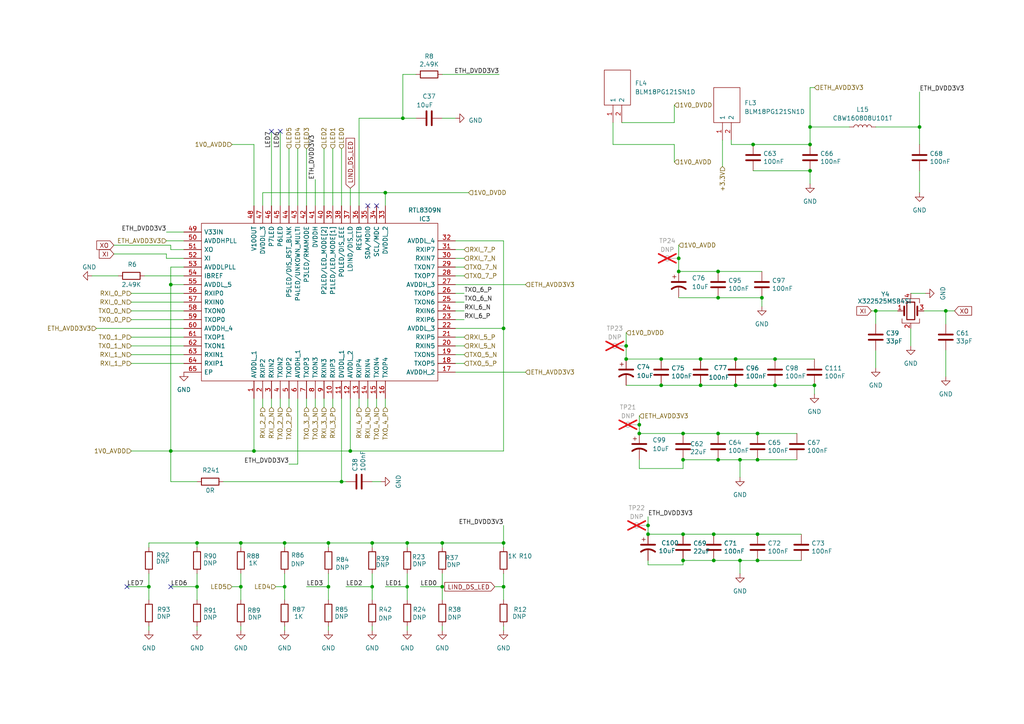
<source format=kicad_sch>
(kicad_sch (version 20231120) (generator "eeschema") (generator_version "8.0")
  (paper "A4")
  (lib_symbols
    (symbol "BLM18PG121SN1D:BLM18PG121SN1D" (pin_names (offset 0.762))
      (property "Reference" "FL" (at 16.51 7.62 0))
      (property "Value" "BLM18PG121SN1D" (at 16.51 5.08 0))
      (symbol "BLM18PG121SN1D_0_0"
        (pin passive line (at 0 0 0) (length 5.08) (name "1") (number "1"))
        (pin passive line (at 0 -2.54 0) (length 5.08) (name "2") (number "2"))
      )
      (symbol "BLM18PG121SN1D_0_1"
        (polyline (pts (xy 5.08 2.54) (xy 15.24 2.54) (xy 15.24 -5.08) (xy 5.08 -5.08) (xy 5.08 2.54)) (stroke (width 0.1524)))
      )
    )
    (symbol "Connector:TestPoint" (pin_numbers hide) (pin_names (offset 0.762) hide)
      (property "Reference" "TP" (at 0 6.858 0))
      (property "Value" "TestPoint" (at 0 5.08 0))
      (symbol "TestPoint_0_1"
        (circle (center 0 3.302) (radius 0.762))
      )
      (symbol "TestPoint_1_1"
        (pin passive line (at 0 0 90) (length 2.54) (name "1") (number "1"))
      )
    )
    (symbol "Device:C" (pin_numbers hide) (pin_names (offset 0.254))
      (property "Reference" "C" (at 0.635 2.54 0))
      (property "Value" "C" (at 0.635 -2.54 0))
      (symbol "C_0_1"
        (polyline (pts (xy -2.032 -0.762) (xy 2.032 -0.762)) (stroke (width 0.508)))
        (polyline (pts (xy -2.032 0.762) (xy 2.032 0.762)) (stroke (width 0.508)))
      )
      (symbol "C_1_1"
        (pin passive line (at 0 3.81 270) (length 2.794) (name "~") (number "1"))
        (pin passive line (at 0 -3.81 90) (length 2.794) (name "~") (number "2"))
      )
    )
    (symbol "Device:C_Polarized_US" (pin_numbers hide) (pin_names (offset 0.254) hide)
      (property "Reference" "C" (at 0.635 2.54 0))
      (property "Value" "C_Polarized_US" (at 0.635 -2.54 0))
      (symbol "C_Polarized_US_0_1"
        (polyline (pts (xy -2.032 0.762) (xy 2.032 0.762)) (stroke (width 0.508)))
        (polyline (pts (xy -1.778 2.286) (xy -0.762 2.286)))
        (polyline (pts (xy -1.27 1.778) (xy -1.27 2.794)))
        (arc (start 2.032 -1.27) (mid 0 -0.5572) (end -2.032 -1.27) (stroke (width 0.508)))
      )
      (symbol "C_Polarized_US_1_1"
        (pin passive line (at 0 3.81 270) (length 2.794) (name "~") (number "1"))
        (pin passive line (at 0 -3.81 90) (length 3.302) (name "~") (number "2"))
      )
    )
    (symbol "Device:Crystal_GND2" (pin_names (offset 1.016) hide)
      (property "Reference" "Y" (at -6.604 4.318 0))
      (property "Value" "Crystal_GND2" (at -10.414 -2.794 0))
      (symbol "Crystal_GND2_0_1"
        (rectangle (start -1.143 2.54) (end 1.143 -2.54) (stroke (width 0.3048)))
        (polyline (pts (xy -2.54 0) (xy -1.905 0)))
        (polyline (pts (xy -1.905 -1.27) (xy -1.905 1.27)) (stroke (width 0.508)))
        (polyline (pts (xy 0 -3.81) (xy 0 -3.556)))
        (polyline (pts (xy 0 3.81) (xy 0 3.556)))
        (polyline (pts (xy 1.905 0) (xy 2.54 0)))
        (polyline (pts (xy 1.905 1.27) (xy 1.905 -1.27)) (stroke (width 0.508)))
        (polyline (pts (xy -2.54 -2.286) (xy -2.54 -3.556) (xy 2.54 -3.556) (xy 2.54 -2.286)))
        (polyline (pts (xy 2.54 2.286) (xy 2.54 3.556) (xy -2.54 3.556) (xy -2.54 2.286)))
      )
      (symbol "Crystal_GND2_1_1"
        (pin passive line (at -3.81 0 0) (length 1.27) (name "1") (number "1"))
        (pin passive line (at 0 -5.08 90) (length 1.27) (name "2") (number "2"))
        (pin passive line (at 3.81 0 180) (length 1.27) (name "3") (number "3"))
        (pin passive line (at 0 5.08 270) (length 1.27) (name "4") (number "4"))
      )
    )
    (symbol "Device:L" (pin_numbers hide) (pin_names (offset 1.016) hide)
      (property "Reference" "L" (at -1.27 0 90))
      (property "Value" "L" (at 1.905 0 90))
      (symbol "L_0_1"
        (arc (start 0 -2.54) (mid 0.6323 -1.905) (end 0 -1.27))
        (arc (start 0 -1.27) (mid 0.6323 -0.635) (end 0 0))
        (arc (start 0 0) (mid 0.6323 0.635) (end 0 1.27))
        (arc (start 0 1.27) (mid 0.6323 1.905) (end 0 2.54))
      )
      (symbol "L_1_1"
        (pin passive line (at 0 3.81 270) (length 1.27) (name "1") (number "1"))
        (pin passive line (at 0 -3.81 90) (length 1.27) (name "2") (number "2"))
      )
    )
    (symbol "Device:R" (pin_numbers hide) (pin_names (offset 0))
      (property "Reference" "R" (at 2.032 0 90))
      (property "Value" "R" (at 0 0 90))
      (symbol "R_0_1"
        (rectangle (start -1.016 -2.54) (end 1.016 2.54) (stroke (width 0.254)))
      )
      (symbol "R_1_1"
        (pin passive line (at 0 3.81 270) (length 1.27) (name "~") (number "1"))
        (pin passive line (at 0 -3.81 90) (length 1.27) (name "~") (number "2"))
      )
    )
    (symbol "RTL8309N:RTL8309N" (pin_names (offset 0.762))
      (property "Reference" "IC" (at 52.07 20.32 0))
      (property "Value" "RTL8309N" (at 52.07 17.78 0))
      (symbol "RTL8309N_0_0"
        (pin passive line (at 0 0 0) (length 5.08) (name "AVDDL_1") (number "1"))
        (pin passive line (at 0 -22.86 0) (length 5.08) (name "RXIP3") (number "10"))
        (pin passive line (at 0 -25.4 0) (length 5.08) (name "DVDDL_1") (number "11"))
        (pin passive line (at 0 -27.94 0) (length 5.08) (name "AVDDL_2") (number "12"))
        (pin passive line (at 0 -30.48 0) (length 5.08) (name "RXIP4") (number "13"))
        (pin passive line (at 0 -33.02 0) (length 5.08) (name "RXIN4") (number "14"))
        (pin passive line (at 0 -35.56 0) (length 5.08) (name "TXON4") (number "15"))
        (pin passive line (at 0 -38.1 0) (length 5.08) (name "TXOP4") (number "16"))
        (pin passive line (at 7.62 -58.42 90) (length 5.08) (name "AVDDH_2") (number "17"))
        (pin passive line (at 10.16 -58.42 90) (length 5.08) (name "TXOP5") (number "18"))
        (pin passive line (at 12.7 -58.42 90) (length 5.08) (name "TXON5") (number "19"))
        (pin passive line (at 0 -2.54 0) (length 5.08) (name "RXIP2") (number "2"))
        (pin passive line (at 15.24 -58.42 90) (length 5.08) (name "RXIN5") (number "20"))
        (pin passive line (at 17.78 -58.42 90) (length 5.08) (name "RXIP5") (number "21"))
        (pin passive line (at 20.32 -58.42 90) (length 5.08) (name "AVDDL_3") (number "22"))
        (pin passive line (at 22.86 -58.42 90) (length 5.08) (name "RXIP6") (number "23"))
        (pin passive line (at 25.4 -58.42 90) (length 5.08) (name "RXIN6") (number "24"))
        (pin passive line (at 27.94 -58.42 90) (length 5.08) (name "TXON6") (number "25"))
        (pin passive line (at 30.48 -58.42 90) (length 5.08) (name "TXOP6") (number "26"))
        (pin passive line (at 33.02 -58.42 90) (length 5.08) (name "AVDDH_3") (number "27"))
        (pin passive line (at 35.56 -58.42 90) (length 5.08) (name "TXOP7") (number "28"))
        (pin passive line (at 38.1 -58.42 90) (length 5.08) (name "TXON7") (number "29"))
        (pin passive line (at 0 -5.08 0) (length 5.08) (name "RXIN2") (number "3"))
        (pin passive line (at 40.64 -58.42 90) (length 5.08) (name "RXIN7") (number "30"))
        (pin passive line (at 43.18 -58.42 90) (length 5.08) (name "RXIP7") (number "31"))
        (pin passive line (at 45.72 -58.42 90) (length 5.08) (name "AVDDL_4") (number "32"))
        (pin passive line (at 55.88 -38.1 180) (length 5.08) (name "DVDDL_2") (number "33"))
        (pin passive line (at 55.88 -35.56 180) (length 5.08) (name "SCL/MDC") (number "34"))
        (pin passive line (at 55.88 -33.02 180) (length 5.08) (name "SDA/MDIO") (number "35"))
        (pin passive line (at 55.88 -30.48 180) (length 5.08) (name "RESETB") (number "36"))
        (pin passive line (at 55.88 -27.94 180) (length 5.08) (name "LDIND/DIS_LD") (number "37"))
        (pin passive line (at 55.88 -25.4 180) (length 5.08) (name "P0LED/DIS_EEE") (number "38"))
        (pin passive line (at 55.88 -22.86 180) (length 5.08) (name "P1LED/LED_MODE[1]") (number "39"))
        (pin passive line (at 0 -7.62 0) (length 5.08) (name "TXON2") (number "4"))
        (pin passive line (at 55.88 -20.32 180) (length 5.08) (name "P2LED/LED_MODE[2]") (number "40"))
        (pin passive line (at 55.88 -17.78 180) (length 5.08) (name "DVDDH") (number "41"))
        (pin passive line (at 55.88 -15.24 180) (length 5.08) (name "P3LED/RMAMODE") (number "42"))
        (pin passive line (at 55.88 -12.7 180) (length 5.08) (name "P4LED/UNKOWN_MULTI") (number "43"))
        (pin passive line (at 55.88 -10.16 180) (length 5.08) (name "P5LED/DIS_RST_BLNK") (number "44"))
        (pin passive line (at 55.88 -7.62 180) (length 5.08) (name "P6LED") (number "45"))
        (pin passive line (at 55.88 -5.08 180) (length 5.08) (name "P7LED") (number "46"))
        (pin passive line (at 55.88 -2.54 180) (length 5.08) (name "DVDDL_3") (number "47"))
        (pin passive line (at 55.88 0 180) (length 5.08) (name "V10OUT") (number "48"))
        (pin passive line (at 48.26 20.32 270) (length 5.08) (name "V33IN") (number "49"))
        (pin passive line (at 0 -10.16 0) (length 5.08) (name "TXOP2") (number "5"))
        (pin passive line (at 45.72 20.32 270) (length 5.08) (name "AVDDHPLL") (number "50"))
        (pin passive line (at 43.18 20.32 270) (length 5.08) (name "XO") (number "51"))
        (pin passive line (at 40.64 20.32 270) (length 5.08) (name "XI") (number "52"))
        (pin passive line (at 38.1 20.32 270) (length 5.08) (name "AVDDLPLL") (number "53"))
        (pin passive line (at 35.56 20.32 270) (length 5.08) (name "IBREF") (number "54"))
        (pin passive line (at 33.02 20.32 270) (length 5.08) (name "AVDDL_5") (number "55"))
        (pin passive line (at 30.48 20.32 270) (length 5.08) (name "RXIP0") (number "56"))
        (pin passive line (at 27.94 20.32 270) (length 5.08) (name "RXIN0") (number "57"))
        (pin passive line (at 25.4 20.32 270) (length 5.08) (name "TXON0") (number "58"))
        (pin passive line (at 22.86 20.32 270) (length 5.08) (name "TXOP0") (number "59"))
        (pin passive line (at 0 -12.7 0) (length 5.08) (name "AVDDH_1") (number "6"))
        (pin passive line (at 20.32 20.32 270) (length 5.08) (name "AVDDH_4") (number "60"))
        (pin passive line (at 17.78 20.32 270) (length 5.08) (name "TXOP1") (number "61"))
        (pin passive line (at 15.24 20.32 270) (length 5.08) (name "TXON1") (number "62"))
        (pin passive line (at 12.7 20.32 270) (length 5.08) (name "RXIN1") (number "63"))
        (pin passive line (at 10.16 20.32 270) (length 5.08) (name "RXIP1") (number "64"))
        (pin passive line (at 7.62 20.32 270) (length 5.08) (name "EP") (number "65"))
        (pin passive line (at 0 -15.24 0) (length 5.08) (name "TXOP3") (number "7"))
        (pin passive line (at 0 -17.78 0) (length 5.08) (name "TXON3") (number "8"))
        (pin passive line (at 0 -20.32 0) (length 5.08) (name "RXIN3") (number "9"))
      )
      (symbol "RTL8309N_0_1"
        (polyline (pts (xy 5.08 15.24) (xy 50.8 15.24) (xy 50.8 -53.34) (xy 5.08 -53.34) (xy 5.08 15.24)) (stroke (width 0.1524)))
      )
    )
    (symbol "power:GND" (power) (pin_names (offset 0))
      (property "Value" "GND" (at 0 -3.81 0))
      (symbol "GND_0_1"
        (polyline (pts (xy 0 0) (xy 0 -1.27) (xy 1.27 -1.27) (xy 0 -2.54) (xy -1.27 -1.27) (xy 0 -1.27)))
      )
      (symbol "GND_1_1"
        (pin power_in line (at 0 0 270) (length 0) hide (name "GND") (number "1"))
      )
    )
  )
  (junction (at 234.95 49.53))
  (junction (at 218.44 41.91))
  (junction (at 118.11 157.48))
  (junction (at 49.53 82.55))
  (junction (at 128.27 157.48))
  (junction (at 220.98 86.36))
  (junction (at 198.12 125.73))
  (junction (at 191.77 111.76))
  (junction (at 118.11 170.18))
  (junction (at 234.95 36.83))
  (junction (at 198.12 133.35))
  (junction (at 219.71 154.94))
  (junction (at 187.96 154.94))
  (junction (at 95.25 170.18))
  (junction (at 208.28 78.74))
  (junction (at 214.63 133.35))
  (junction (at 219.71 125.73))
  (junction (at 196.85 74.93))
  (junction (at 99.06 139.7))
  (junction (at 198.12 154.94))
  (junction (at 116.84 34.29))
  (junction (at 208.28 133.35))
  (junction (at 234.95 41.91))
  (junction (at 57.15 170.18))
  (junction (at 266.7 36.83))
  (junction (at 208.28 86.36))
  (junction (at 57.15 157.48))
  (junction (at 146.05 157.48))
  (junction (at 236.22 111.76))
  (junction (at 203.2 104.14))
  (junction (at 69.85 170.18))
  (junction (at 213.36 111.76))
  (junction (at 146.05 170.18))
  (junction (at 82.55 157.48))
  (junction (at 219.71 133.35))
  (junction (at 254 90.17))
  (junction (at 73.66 130.81))
  (junction (at 43.18 170.18))
  (junction (at 181.61 104.14))
  (junction (at 146.05 95.25))
  (junction (at 213.36 104.14))
  (junction (at 207.01 162.56))
  (junction (at 82.55 170.18))
  (junction (at 224.79 104.14))
  (junction (at 196.85 78.74))
  (junction (at 207.01 154.94))
  (junction (at 198.12 162.56))
  (junction (at 107.95 170.18))
  (junction (at 274.32 90.17))
  (junction (at 191.77 104.14))
  (junction (at 203.2 111.76))
  (junction (at 208.28 125.73))
  (junction (at 107.95 157.48))
  (junction (at 181.61 100.33))
  (junction (at 219.71 162.56))
  (junction (at 187.96 152.4))
  (junction (at 214.63 162.56))
  (junction (at 95.25 157.48))
  (junction (at 101.6 130.81))
  (junction (at 69.85 157.48))
  (junction (at 111.76 55.88))
  (junction (at 224.79 111.76))
  (junction (at 128.27 170.18))
  (junction (at 185.42 123.19))
  (junction (at 49.53 130.81))
  (junction (at 185.42 125.73))
  (no_connect (at 109.22 59.69))
  (no_connect (at 36.83 170.18))
  (no_connect (at 81.28 38.1))
  (no_connect (at 106.68 59.69))
  (no_connect (at 78.74 38.1))
  (no_connect (at 49.53 170.18))
  (wire (pts (xy 266.7 26.67) (xy 266.7 36.83)))
  (wire (pts (xy 128.27 21.59) (xy 144.78 21.59)))
  (wire (pts (xy 203.2 111.76) (xy 213.36 111.76)))
  (wire (pts (xy 146.05 130.81) (xy 146.05 95.25)))
  (wire (pts (xy 82.55 157.48) (xy 95.25 157.48)))
  (wire (pts (xy 38.1 87.63) (xy 53.34 87.63)))
  (wire (pts (xy 146.05 157.48) (xy 146.05 158.75)))
  (wire (pts (xy 181.61 104.14) (xy 191.77 104.14)))
  (wire (pts (xy 207.01 154.94) (xy 219.71 154.94)))
  (wire (pts (xy 134.62 90.17) (xy 132.08 90.17)))
  (wire (pts (xy 83.82 118.11) (xy 83.82 115.57)))
  (wire (pts (xy 214.63 162.56) (xy 219.71 162.56)))
  (wire (pts (xy 196.85 74.93) (xy 196.85 78.74)))
  (wire (pts (xy 106.68 118.11) (xy 106.68 115.57)))
  (wire (pts (xy 48.26 69.85) (xy 53.34 69.85)))
  (wire (pts (xy 111.76 55.88) (xy 111.76 59.69)))
  (wire (pts (xy 218.44 41.91) (xy 234.95 41.91)))
  (wire (pts (xy 120.65 21.59) (xy 116.84 21.59)))
  (wire (pts (xy 111.76 170.18) (xy 118.11 170.18)))
  (wire (pts (xy 57.15 157.48) (xy 69.85 157.48)))
  (wire (pts (xy 132.08 69.85) (xy 146.05 69.85)))
  (wire (pts (xy 132.08 82.55) (xy 152.4 82.55)))
  (wire (pts (xy 95.25 166.37) (xy 95.25 170.18)))
  (wire (pts (xy 181.61 111.76) (xy 191.77 111.76)))
  (wire (pts (xy 267.97 90.17) (xy 274.32 90.17)))
  (wire (pts (xy 76.2 59.69) (xy 76.2 55.88)))
  (wire (pts (xy 208.28 78.74) (xy 220.98 78.74)))
  (wire (pts (xy 57.15 170.18) (xy 57.15 173.99)))
  (wire (pts (xy 99.06 139.7) (xy 100.33 139.7)))
  (wire (pts (xy 107.95 166.37) (xy 107.95 170.18)))
  (wire (pts (xy 187.96 163.83) (xy 198.12 163.83)))
  (wire (pts (xy 101.6 130.81) (xy 146.05 130.81)))
  (wire (pts (xy 212.09 41.91) (xy 218.44 41.91)))
  (wire (pts (xy 78.74 118.11) (xy 78.74 115.57)))
  (wire (pts (xy 99.06 115.57) (xy 99.06 139.7)))
  (wire (pts (xy 214.63 162.56) (xy 214.63 166.37)))
  (wire (pts (xy 191.77 104.14) (xy 203.2 104.14)))
  (wire (pts (xy 57.15 139.7) (xy 49.53 139.7)))
  (wire (pts (xy 146.05 152.4) (xy 146.05 157.48)))
  (wire (pts (xy 146.05 170.18) (xy 146.05 173.99)))
  (wire (pts (xy 49.53 82.55) (xy 49.53 130.81)))
  (wire (pts (xy 101.6 115.57) (xy 101.6 130.81)))
  (wire (pts (xy 88.9 118.11) (xy 88.9 115.57)))
  (wire (pts (xy 214.63 133.35) (xy 219.71 133.35)))
  (wire (pts (xy 100.33 170.18) (xy 107.95 170.18)))
  (wire (pts (xy 107.95 181.61) (xy 107.95 182.88)))
  (wire (pts (xy 99.06 139.7) (xy 64.77 139.7)))
  (wire (pts (xy 36.83 170.18) (xy 43.18 170.18)))
  (wire (pts (xy 195.58 35.56) (xy 195.58 30.48)))
  (wire (pts (xy 86.36 43.18) (xy 86.36 59.69)))
  (wire (pts (xy 38.1 130.81) (xy 49.53 130.81)))
  (wire (pts (xy 99.06 43.18) (xy 99.06 59.69)))
  (wire (pts (xy 49.53 72.39) (xy 53.34 72.39)))
  (wire (pts (xy 82.55 170.18) (xy 82.55 173.99)))
  (wire (pts (xy 96.52 118.11) (xy 96.52 115.57)))
  (wire (pts (xy 43.18 157.48) (xy 43.18 158.75)))
  (wire (pts (xy 260.35 90.17) (xy 254 90.17)))
  (wire (pts (xy 88.9 43.18) (xy 88.9 59.69)))
  (wire (pts (xy 254 36.83) (xy 266.7 36.83)))
  (wire (pts (xy 101.6 54.61) (xy 101.6 59.69)))
  (wire (pts (xy 212.09 40.64) (xy 212.09 41.91)))
  (wire (pts (xy 196.85 71.12) (xy 196.85 74.93)))
  (wire (pts (xy 209.55 40.64) (xy 209.55 48.26)))
  (wire (pts (xy 268.4096 85.09) (xy 264.16 85.09)))
  (wire (pts (xy 107.95 157.48) (xy 107.95 158.75)))
  (wire (pts (xy 252.73 90.17) (xy 254 90.17)))
  (wire (pts (xy 180.34 35.56) (xy 195.58 35.56)))
  (wire (pts (xy 191.77 111.76) (xy 203.2 111.76)))
  (wire (pts (xy 181.61 100.33) (xy 181.61 104.14)))
  (wire (pts (xy 128.27 157.48) (xy 146.05 157.48)))
  (wire (pts (xy 274.32 90.17) (xy 274.32 93.98)))
  (wire (pts (xy 198.12 135.89) (xy 198.12 133.35)))
  (wire (pts (xy 49.53 77.47) (xy 49.53 82.55)))
  (wire (pts (xy 128.27 181.61) (xy 128.27 182.88)))
  (wire (pts (xy 185.42 125.73) (xy 198.12 125.73)))
  (wire (pts (xy 26.67 80.01) (xy 34.29 80.01)))
  (wire (pts (xy 43.18 181.61) (xy 43.18 182.88)))
  (wire (pts (xy 95.25 157.48) (xy 107.95 157.48)))
  (wire (pts (xy 219.71 133.35) (xy 231.14 133.35)))
  (wire (pts (xy 234.95 25.4) (xy 234.95 36.83)))
  (wire (pts (xy 49.53 130.81) (xy 73.66 130.81)))
  (wire (pts (xy 203.2 104.14) (xy 213.36 104.14)))
  (wire (pts (xy 128.27 170.18) (xy 128.27 173.99)))
  (wire (pts (xy 134.62 74.93) (xy 132.08 74.93)))
  (wire (pts (xy 134.62 85.09) (xy 132.08 85.09)))
  (wire (pts (xy 48.26 67.31) (xy 53.34 67.31)))
  (wire (pts (xy 208.28 86.36) (xy 220.98 86.36)))
  (wire (pts (xy 208.28 133.35) (xy 214.63 133.35)))
  (wire (pts (xy 69.85 181.61) (xy 69.85 182.88)))
  (wire (pts (xy 38.1 85.09) (xy 53.34 85.09)))
  (wire (pts (xy 118.11 166.37) (xy 118.11 170.18)))
  (wire (pts (xy 220.98 86.36) (xy 220.98 88.9)))
  (wire (pts (xy 109.22 118.11) (xy 109.22 115.57)))
  (wire (pts (xy 274.32 90.17) (xy 276.86 90.17)))
  (wire (pts (xy 187.96 154.94) (xy 198.12 154.94)))
  (wire (pts (xy 49.53 130.81) (xy 49.53 139.7)))
  (wire (pts (xy 86.36 134.62) (xy 86.36 115.57)))
  (wire (pts (xy 134.62 72.39) (xy 132.08 72.39)))
  (wire (pts (xy 38.1 105.41) (xy 53.34 105.41)))
  (wire (pts (xy 207.01 162.56) (xy 214.63 162.56)))
  (wire (pts (xy 132.08 107.95) (xy 152.4 107.95)))
  (wire (pts (xy 49.53 82.55) (xy 53.34 82.55)))
  (wire (pts (xy 146.05 166.37) (xy 146.05 170.18)))
  (wire (pts (xy 41.91 80.01) (xy 53.34 80.01)))
  (wire (pts (xy 254 90.17) (xy 254 93.98)))
  (wire (pts (xy 38.1 90.17) (xy 53.34 90.17)))
  (wire (pts (xy 43.18 166.37) (xy 43.18 170.18)))
  (wire (pts (xy 128.27 166.37) (xy 128.27 170.18)))
  (wire (pts (xy 69.85 166.37) (xy 69.85 170.18)))
  (wire (pts (xy 185.42 123.19) (xy 185.42 125.73)))
  (wire (pts (xy 198.12 163.83) (xy 198.12 162.56)))
  (wire (pts (xy 33.02 73.66) (xy 48.26 73.66)))
  (wire (pts (xy 67.31 41.91) (xy 73.66 41.91)))
  (wire (pts (xy 254 106.68) (xy 254 101.6)))
  (wire (pts (xy 76.2 118.11) (xy 76.2 115.57)))
  (wire (pts (xy 134.62 77.47) (xy 132.08 77.47)))
  (wire (pts (xy 195.58 41.91) (xy 195.58 46.99)))
  (wire (pts (xy 43.18 157.48) (xy 57.15 157.48)))
  (wire (pts (xy 38.1 100.33) (xy 53.34 100.33)))
  (wire (pts (xy 27.94 95.25) (xy 53.34 95.25)))
  (wire (pts (xy 198.12 162.56) (xy 207.01 162.56)))
  (wire (pts (xy 91.44 52.07) (xy 91.44 59.69)))
  (wire (pts (xy 234.95 36.83) (xy 234.95 41.91)))
  (wire (pts (xy 214.63 138.43) (xy 214.63 133.35)))
  (wire (pts (xy 134.62 92.71) (xy 132.08 92.71)))
  (wire (pts (xy 38.1 92.71) (xy 53.34 92.71)))
  (wire (pts (xy 196.85 78.74) (xy 208.28 78.74)))
  (wire (pts (xy 57.15 181.61) (xy 57.15 182.88)))
  (wire (pts (xy 132.08 34.29) (xy 128.27 34.29)))
  (wire (pts (xy 146.05 181.61) (xy 146.05 182.88)))
  (wire (pts (xy 82.55 181.61) (xy 82.55 182.88)))
  (wire (pts (xy 118.11 170.18) (xy 118.11 173.99)))
  (wire (pts (xy 81.28 118.11) (xy 81.28 115.57)))
  (wire (pts (xy 93.98 43.18) (xy 93.98 59.69)))
  (wire (pts (xy 83.82 134.62) (xy 86.36 134.62)))
  (wire (pts (xy 224.79 104.14) (xy 213.36 104.14)))
  (wire (pts (xy 234.95 53.34) (xy 234.95 49.53)))
  (wire (pts (xy 80.01 170.18) (xy 82.55 170.18)))
  (wire (pts (xy 198.12 125.73) (xy 208.28 125.73)))
  (wire (pts (xy 73.66 130.81) (xy 101.6 130.81)))
  (wire (pts (xy 143.51 170.18) (xy 146.05 170.18)))
  (wire (pts (xy 246.38 36.83) (xy 234.95 36.83)))
  (wire (pts (xy 135.89 55.88) (xy 111.76 55.88)))
  (wire (pts (xy 78.74 38.1) (xy 78.74 59.69)))
  (wire (pts (xy 96.52 43.18) (xy 96.52 59.69)))
  (wire (pts (xy 88.9 170.18) (xy 95.25 170.18)))
  (wire (pts (xy 104.14 118.11) (xy 104.14 115.57)))
  (wire (pts (xy 116.84 21.59) (xy 116.84 34.29)))
  (wire (pts (xy 134.62 87.63) (xy 132.08 87.63)))
  (wire (pts (xy 118.11 157.48) (xy 118.11 158.75)))
  (wire (pts (xy 48.26 74.93) (xy 53.34 74.93)))
  (wire (pts (xy 134.62 97.79) (xy 132.08 97.79)))
  (wire (pts (xy 177.8 35.56) (xy 177.8 41.91)))
  (wire (pts (xy 81.28 38.1) (xy 81.28 59.69)))
  (wire (pts (xy 82.55 166.37) (xy 82.55 170.18)))
  (wire (pts (xy 69.85 157.48) (xy 82.55 157.48)))
  (wire (pts (xy 57.15 157.48) (xy 57.15 158.75)))
  (wire (pts (xy 134.62 102.87) (xy 132.08 102.87)))
  (wire (pts (xy 196.85 86.36) (xy 208.28 86.36)))
  (wire (pts (xy 111.76 118.11) (xy 111.76 115.57)))
  (wire (pts (xy 107.95 157.48) (xy 118.11 157.48)))
  (wire (pts (xy 95.25 157.48) (xy 95.25 158.75)))
  (wire (pts (xy 134.62 100.33) (xy 132.08 100.33)))
  (wire (pts (xy 132.08 95.25) (xy 146.05 95.25)))
  (wire (pts (xy 49.53 170.18) (xy 57.15 170.18)))
  (wire (pts (xy 57.15 166.37) (xy 57.15 170.18)))
  (wire (pts (xy 73.66 41.91) (xy 73.66 59.69)))
  (wire (pts (xy 219.71 154.94) (xy 232.41 154.94)))
  (wire (pts (xy 93.98 118.11) (xy 93.98 115.57)))
  (wire (pts (xy 76.2 55.88) (xy 111.76 55.88)))
  (wire (pts (xy 107.95 170.18) (xy 107.95 173.99)))
  (wire (pts (xy 218.44 49.53) (xy 234.95 49.53)))
  (wire (pts (xy 33.02 71.12) (xy 49.53 71.12)))
  (wire (pts (xy 67.31 170.18) (xy 69.85 170.18)))
  (wire (pts (xy 198.12 133.35) (xy 208.28 133.35)))
  (wire (pts (xy 224.79 111.76) (xy 236.22 111.76)))
  (wire (pts (xy 118.11 157.48) (xy 128.27 157.48)))
  (wire (pts (xy 128.27 157.48) (xy 128.27 158.75)))
  (wire (pts (xy 95.25 170.18) (xy 95.25 173.99)))
  (wire (pts (xy 266.7 36.83) (xy 266.7 41.91)))
  (wire (pts (xy 134.62 105.41) (xy 132.08 105.41)))
  (wire (pts (xy 187.96 162.56) (xy 187.96 163.83)))
  (wire (pts (xy 224.79 104.14) (xy 236.22 104.14)))
  (wire (pts (xy 48.26 73.66) (xy 48.26 74.93)))
  (wire (pts (xy 185.42 133.35) (xy 185.42 135.89)))
  (wire (pts (xy 38.1 97.79) (xy 53.34 97.79)))
  (wire (pts (xy 236.22 111.76) (xy 236.22 114.3)))
  (wire (pts (xy 104.14 34.29) (xy 104.14 59.69)))
  (wire (pts (xy 219.71 162.56) (xy 232.41 162.56)))
  (wire (pts (xy 236.22 25.4) (xy 234.95 25.4)))
  (wire (pts (xy 95.25 181.61) (xy 95.25 182.88)))
  (wire (pts (xy 134.62 80.01) (xy 132.08 80.01)))
  (wire (pts (xy 185.42 120.65) (xy 185.42 123.19)))
  (wire (pts (xy 73.66 115.57) (xy 73.66 130.81)))
  (wire (pts (xy 198.12 154.94) (xy 207.01 154.94)))
  (wire (pts (xy 187.96 152.4) (xy 187.96 154.94)))
  (wire (pts (xy 219.71 125.73) (xy 231.14 125.73)))
  (wire (pts (xy 264.16 100.33) (xy 264.16 95.25)))
  (wire (pts (xy 49.53 71.12) (xy 49.53 72.39)))
  (wire (pts (xy 118.11 181.61) (xy 118.11 182.88)))
  (wire (pts (xy 83.82 43.18) (xy 83.82 59.69)))
  (wire (pts (xy 82.55 157.48) (xy 82.55 158.75)))
  (wire (pts (xy 266.7 55.88) (xy 266.7 49.53)))
  (wire (pts (xy 187.96 149.86) (xy 187.96 152.4)))
  (wire (pts (xy 208.28 125.73) (xy 219.71 125.73)))
  (wire (pts (xy 185.42 135.89) (xy 198.12 135.89)))
  (wire (pts (xy 274.32 109.22) (xy 274.32 101.6)))
  (wire (pts (xy 181.61 96.52) (xy 181.61 100.33)))
  (wire (pts (xy 120.65 34.29) (xy 116.84 34.29)))
  (wire (pts (xy 177.8 41.91) (xy 195.58 41.91)))
  (wire (pts (xy 43.18 170.18) (xy 43.18 173.99)))
  (wire (pts (xy 110.49 139.7) (xy 107.95 139.7)))
  (wire (pts (xy 69.85 170.18) (xy 69.85 173.99)))
  (wire (pts (xy 38.1 102.87) (xy 53.34 102.87)))
  (wire (pts (xy 69.85 157.48) (xy 69.85 158.75)))
  (wire (pts (xy 146.05 69.85) (xy 146.05 95.25)))
  (wire (pts (xy 53.34 77.47) (xy 49.53 77.47)))
  (wire (pts (xy 116.84 34.29) (xy 104.14 34.29)))
  (wire (pts (xy 213.36 111.76) (xy 224.79 111.76)))
  (wire (pts (xy 121.92 170.18) (xy 128.27 170.18)))
  (wire (pts (xy 91.44 118.11) (xy 91.44 115.57)))
  (label "LED1" (at 111.76 170.18 0))
  (label "ETH_DVDD3V3" (at 144.78 21.59 180))
  (label "RXI_6_P" (at 134.62 92.71 0))
  (label "LED2" (at 100.33 170.18 0))
  (label "RXI_6_N" (at 134.62 90.17 0))
  (label "LED6" (at 81.28 38.1 270))
  (label "TXO_6_N" (at 134.62 87.63 0))
  (label "LED7" (at 36.83 170.18 0))
  (label "LED3" (at 88.9 170.18 0))
  (label "ETH_DVDD3V3" (at 83.82 134.62 180))
  (label "ETH_DVDD3V3" (at 146.05 152.4 180))
  (label "ETH_DVDD3V3" (at 187.96 149.86 0))
  (label "ETH_DVDD3V3" (at 266.7 26.67 0))
  (label "TXO_6_P" (at 134.62 85.09 0))
  (label "LED7" (at 78.74 38.1 270))
  (label "LED0" (at 121.92 170.18 0))
  (label "ETH_DVDD3V3" (at 48.26 67.31 180))
  (label "ETH_DVDD3V3" (at 91.44 52.07 90))
  (label "LED6" (at 49.53 170.18 0))
  (global_label "XO" (shape input) (at 33.02 71.12 180) (property "Intersheetrefs" "${INTERSHEET_REFS}" (effects (hide yes))))
  (global_label "XO" (shape input) (at 276.86 90.17 0) (property "Intersheetrefs" "${INTERSHEET_REFS}" (effects (hide yes))))
  (global_label "LIND_DS_LED" (shape input) (at 101.6 54.61 90) (property "Intersheetrefs" "${INTERSHEET_REFS}" (effects (hide yes))))
  (global_label "LIND_DS_LED" (shape input) (at 143.51 170.18 180) (property "Intersheetrefs" "${INTERSHEET_REFS}" (effects (hide yes))))
  (global_label "XI" (shape input) (at 33.02 73.66 180) (property "Intersheetrefs" "${INTERSHEET_REFS}" (effects (hide yes))))
  (global_label "XI" (shape input) (at 252.73 90.17 180) (property "Intersheetrefs" "${INTERSHEET_REFS}" (effects (hide yes))))
  (hierarchical_label "RXI_2_P" (shape input) (at 76.2 118.11 270) (property "Intersheetrefs" "${INTERSHEET_REFS}" (effects (hide yes))))
  (hierarchical_label "LED5" (shape input) (at 83.82 43.18 90))
  (hierarchical_label "TXO_2_N" (shape input) (at 81.28 118.11 270) (property "Intersheetrefs" "${INTERSHEET_REFS}" (effects (hide yes))))
  (hierarchical_label "1V0_AVDD" (shape input) (at 196.85 71.12 0))
  (hierarchical_label "RXI_2_N" (shape input) (at 78.74 118.11 270) (property "Intersheetrefs" "${INTERSHEET_REFS}" (effects (hide yes))))
  (hierarchical_label "LED0" (shape input) (at 99.06 43.18 90))
  (hierarchical_label "RXI_0_N" (shape input) (at 38.1 87.63 180) (property "Intersheetrefs" "${INTERSHEET_REFS}" (effects (hide yes))))
  (hierarchical_label "RXI_0_P" (shape input) (at 38.1 85.09 180) (property "Intersheetrefs" "${INTERSHEET_REFS}" (effects (hide yes))))
  (hierarchical_label "TXO_0_N" (shape input) (at 38.1 90.17 180) (property "Intersheetrefs" "${INTERSHEET_REFS}" (effects (hide yes))))
  (hierarchical_label "RXI_4_N" (shape input) (at 106.68 118.11 270) (property "Intersheetrefs" "${INTERSHEET_REFS}" (effects (hide yes))))
  (hierarchical_label "ETH_AVDD3V3" (shape input) (at 48.26 69.85 180))
  (hierarchical_label "1V0_AVDD" (shape input) (at 195.58 46.99 0))
  (hierarchical_label "1V0_AVDD" (shape input) (at 67.31 41.91 180))
  (hierarchical_label "LED5" (shape input) (at 67.31 170.18 180))
  (hierarchical_label "ETH_AVDD3V3" (shape input) (at 27.94 95.25 180))
  (hierarchical_label "1V0_AVDD" (shape input) (at 38.1 130.81 180))
  (hierarchical_label "RXI_4_P" (shape input) (at 104.14 118.11 270) (property "Intersheetrefs" "${INTERSHEET_REFS}" (effects (hide yes))))
  (hierarchical_label "RXI_3_P" (shape input) (at 96.52 118.11 270) (property "Intersheetrefs" "${INTERSHEET_REFS}" (effects (hide yes))))
  (hierarchical_label "TXO_3_N" (shape input) (at 91.44 118.11 270) (property "Intersheetrefs" "${INTERSHEET_REFS}" (effects (hide yes))))
  (hierarchical_label "LED2" (shape input) (at 93.98 43.18 90))
  (hierarchical_label "TXO_0_P" (shape input) (at 38.1 92.71 180) (property "Intersheetrefs" "${INTERSHEET_REFS}" (effects (hide yes))))
  (hierarchical_label "TXO_4_P" (shape input) (at 111.76 118.11 270) (property "Intersheetrefs" "${INTERSHEET_REFS}" (effects (hide yes))))
  (hierarchical_label "ETH_AVDD3V3" (shape input) (at 185.42 120.65 0))
  (hierarchical_label "TXO_3_P" (shape input) (at 88.9 118.11 270) (property "Intersheetrefs" "${INTERSHEET_REFS}" (effects (hide yes))))
  (hierarchical_label "LED1" (shape input) (at 96.52 43.18 90))
  (hierarchical_label "TXO_1_N" (shape input) (at 38.1 100.33 180) (property "Intersheetrefs" "${INTERSHEET_REFS}" (effects (hide yes))))
  (hierarchical_label "TXO_7_P" (shape input) (at 134.62 80.01 0) (property "Intersheetrefs" "${INTERSHEET_REFS}" (effects (hide yes))))
  (hierarchical_label "1V0_DVDD" (shape input) (at 181.61 96.52 0))
  (hierarchical_label "LED4" (shape input) (at 80.01 170.18 180))
  (hierarchical_label "LED3" (shape input) (at 88.9 43.18 90))
  (hierarchical_label "1V0_DVDD" (shape input) (at 135.89 55.88 0))
  (hierarchical_label "ETH_AVDD3V3" (shape input) (at 152.4 107.95 0))
  (hierarchical_label "RXI_5_P" (shape input) (at 134.62 97.79 0) (property "Intersheetrefs" "${INTERSHEET_REFS}" (effects (hide yes))))
  (hierarchical_label "+3.3V" (shape input) (at 209.55 48.26 270))
  (hierarchical_label "TXO_5_P" (shape input) (at 134.62 105.41 0) (property "Intersheetrefs" "${INTERSHEET_REFS}" (effects (hide yes))))
  (hierarchical_label "ETH_AVDD3V3" (shape input) (at 152.4 82.55 0))
  (hierarchical_label "RXI_1_P" (shape input) (at 38.1 105.41 180) (property "Intersheetrefs" "${INTERSHEET_REFS}" (effects (hide yes))))
  (hierarchical_label "1V0_DVDD" (shape input) (at 195.58 30.48 0))
  (hierarchical_label "TXO_2_P" (shape input) (at 83.82 118.11 270) (property "Intersheetrefs" "${INTERSHEET_REFS}" (effects (hide yes))))
  (hierarchical_label "RXI_7_N" (shape input) (at 134.62 74.93 0) (property "Intersheetrefs" "${INTERSHEET_REFS}" (effects (hide yes))))
  (hierarchical_label "RXI_5_N" (shape input) (at 134.62 100.33 0) (property "Intersheetrefs" "${INTERSHEET_REFS}" (effects (hide yes))))
  (hierarchical_label "RXI_7_P" (shape input) (at 134.62 72.39 0) (property "Intersheetrefs" "${INTERSHEET_REFS}" (effects (hide yes))))
  (hierarchical_label "RXI_3_N" (shape input) (at 93.98 118.11 270) (property "Intersheetrefs" "${INTERSHEET_REFS}" (effects (hide yes))))
  (hierarchical_label "ETH_AVDD3V3" (shape input) (at 236.22 25.4 0))
  (hierarchical_label "TXO_1_P" (shape input) (at 38.1 97.79 180) (property "Intersheetrefs" "${INTERSHEET_REFS}" (effects (hide yes))))
  (hierarchical_label "LED4" (shape input) (at 86.36 43.18 90))
  (hierarchical_label "TXO_4_N" (shape input) (at 109.22 118.11 270) (property "Intersheetrefs" "${INTERSHEET_REFS}" (effects (hide yes))))
  (hierarchical_label "TXO_5_N" (shape input) (at 134.62 102.87 0) (property "Intersheetrefs" "${INTERSHEET_REFS}" (effects (hide yes))))
  (hierarchical_label "RXI_1_N" (shape input) (at 38.1 102.87 180) (property "Intersheetrefs" "${INTERSHEET_REFS}" (effects (hide yes))))
  (hierarchical_label "TXO_7_N" (shape input) (at 134.62 77.47 0) (property "Intersheetrefs" "${INTERSHEET_REFS}" (effects (hide yes))))
  (symbol (lib_id "Connector:TestPoint") (at 187.96 152.4 90) (unit 1) (dnp yes)
    (property "Reference" "TP22" (at 184.658 147.32 90))
    (property "Value" "DNP" (at 184.658 149.86 90))
    (property "Footprint" "TestPoint:TestPoint_Pad_1.0x1.0mm" (effects (hide yes)))
    (property "Description" "test point" (effects (hide yes)))
  )
  (symbol (lib_id "Device:C") (at 274.32 97.79 0) (unit 1)
    (property "Reference" "C61" (at 277.241 96.6216 0) (effects (justify left)))
    (property "Value" "33pF" (at 277.241 98.933 0) (effects (justify left)))
    (property "Footprint" "Capacitor_SMD:C_0603_1608Metric" (effects (hide yes)))
    (property "MPN" "CL10C330JB8NNNC" (effects (hide yes)))
  )
  (symbol (lib_id "Device:C") (at 208.28 129.54 0) (unit 1)
    (property "Reference" "C64" (at 211.201 128.3716 0) (effects (justify left)))
    (property "Value" "100nF" (at 211.201 130.683 0) (effects (justify left)))
    (property "Footprint" "Capacitor_SMD:C_0402_1005Metric" (effects (hide yes)))
    (property "MPN" "CC0402KRX7R7BB104" (effects (hide yes)))
  )
  (symbol (lib_id "Device:R") (at 69.85 162.56 180) (unit 1)
    (property "Reference" "R88" (at 73.406 161.29 0))
    (property "Value" "1K" (at 73.406 163.322 0))
    (property "Footprint" "Resistor_SMD:R_0603_1608Metric" (effects (hide yes)))
    (property "MPN" "0603WAF1001T5E" (effects (hide yes)))
  )
  (symbol (lib_id "power:GND") (at 220.98 88.9 0) (unit 1)
    (property "Reference" "#PWR051" (effects (hide yes)))
    (property "Value" "GND" (at 220.98 93.98 0))
  )
  (symbol (lib_id "Device:R") (at 95.25 177.8 180) (unit 1)
    (property "Reference" "R85" (at 99.06 176.784 0))
    (property "Value" "DNP" (at 99.06 178.816 0))
    (property "Footprint" "Resistor_SMD:R_0603_1608Metric" (effects (hide yes)))
  )
  (symbol (lib_id "Device:C") (at 104.14 139.7 90) (unit 1)
    (property "Reference" "C38" (at 102.9716 136.779 0) (effects (justify left)))
    (property "Value" "100nF" (at 105.283 136.779 0) (effects (justify left)))
    (property "Footprint" "Capacitor_SMD:C_0402_1005Metric" (effects (hide yes)))
    (property "MPN" "CC0402KRX7R7BB104" (effects (hide yes)))
  )
  (symbol (lib_id "Device:C") (at 203.2 107.95 0) (unit 1)
    (property "Reference" "C77" (at 207.01 106.68 0) (effects (justify left)))
    (property "Value" "100nF" (at 205.486 109.474 0) (effects (justify left)))
    (property "Footprint" "Capacitor_SMD:C_0402_1005Metric" (effects (hide yes)))
    (property "MPN" "CC0402KRX7R7BB104" (effects (hide yes)))
  )
  (symbol (lib_id "Device:C_Polarized_US") (at 181.61 107.95 0) (unit 1)
    (property "Reference" "C74" (at 184.658 106.426 0) (effects (justify left)))
    (property "Value" "10uF" (at 184.658 108.966 0) (effects (justify left)))
    (property "Footprint" "Capacitor_SMD:C_Elec_3x5.4" (effects (hide yes)))
    (property "Description" "Polarized capacitor, US symbol" (effects (hide yes)))
    (property "MPN" "UWX1C100MCL2GB" (effects (hide yes)))
  )
  (symbol (lib_id "Device:Crystal_GND2") (at 264.16 90.17 0) (unit 1)
    (property "Reference" "Y4" (at 256.794 85.344 0))
    (property "Value" "X322525MSB4SI" (at 256.54 87.376 0))
    (property "Footprint" "Crystal:Crystal_SMD_3225-4Pin_3.2x2.5mm" (effects (hide yes)))
    (property "Description" "Three pin crystal, GND on pin 2" (effects (hide yes)))
    (property "MPN" "X322525MSB4SI" (effects (hide yes)))
  )
  (symbol (lib_id "Device:C") (at 208.28 82.55 0) (unit 1)
    (property "Reference" "C95" (at 211.201 81.3816 0) (effects (justify left)))
    (property "Value" "100nF" (at 211.201 83.693 0) (effects (justify left)))
    (property "Footprint" "Capacitor_SMD:C_0402_1005Metric" (effects (hide yes)))
    (property "MPN" "CC0402KRX7R7BB104" (effects (hide yes)))
  )
  (symbol (lib_id "Connector:TestPoint") (at 181.61 100.33 90) (unit 1) (dnp yes)
    (property "Reference" "TP23" (at 178.308 95.25 90))
    (property "Value" "DNP" (at 178.308 97.79 90))
    (property "Footprint" "Connector_Pin:Pin_D1.0mm_L10.0mm" (effects (hide yes)))
    (property "Description" "test point" (effects (hide yes)))
  )
  (symbol (lib_id "Device:R") (at 146.05 162.56 180) (unit 1)
    (property "Reference" "R10" (at 152.4 161.29 0))
    (property "Value" "1K" (at 148.59 161.29 0))
    (property "Footprint" "Resistor_SMD:R_0603_1608Metric" (effects (hide yes)))
    (property "MPN" "0603WAF1001T5E" (effects (hide yes)))
  )
  (symbol (lib_id "power:GND") (at 95.25 182.88 0) (unit 1)
    (property "Reference" "#PWR019" (effects (hide yes)))
    (property "Value" "GND" (at 95.25 187.96 0))
  )
  (symbol (lib_id "Device:R") (at 107.95 162.56 180) (unit 1)
    (property "Reference" "R39" (at 110.998 162.052 0))
    (property "Value" "DNP" (at 110.998 163.83 0))
    (property "Footprint" "Resistor_SMD:R_0603_1608Metric" (effects (hide yes)))
    (property "MPN" "0603WAF1001T5E" (effects (hide yes)))
  )
  (symbol (lib_id "Device:R") (at 118.11 177.8 180) (unit 1)
    (property "Reference" "R24" (at 121.666 176.784 0))
    (property "Value" "DNP" (at 121.666 179.07 0))
    (property "Footprint" "Resistor_SMD:R_0603_1608Metric" (effects (hide yes)))
  )
  (symbol (lib_id "power:GND") (at 69.85 182.88 0) (unit 1)
    (property "Reference" "#PWR021" (effects (hide yes)))
    (property "Value" "GND" (at 69.85 187.96 0))
  )
  (symbol (lib_id "power:GND") (at 53.34 107.95 0) (unit 1)
    (property "Reference" "#PWR034" (effects (hide yes)))
    (property "Value" "GND" (at 53.34 113.03 0))
  )
  (symbol (lib_id "power:GND") (at 234.95 53.34 0) (unit 1)
    (property "Reference" "#PWR03" (effects (hide yes)))
    (property "Value" "GND" (at 234.95 58.42 0))
  )
  (symbol (lib_id "Device:C") (at 232.41 158.75 0) (unit 1)
    (property "Reference" "C73" (at 235.331 157.5816 0) (effects (justify left)))
    (property "Value" "100nF" (at 235.331 159.893 0) (effects (justify left)))
    (property "Footprint" "Capacitor_SMD:C_0402_1005Metric" (effects (hide yes)))
    (property "MPN" "CC0402KRX7R7BB104" (effects (hide yes)))
  )
  (symbol (lib_id "Device:R") (at 128.27 177.8 180) (unit 1)
    (property "Reference" "R38" (at 131.826 176.784 0))
    (property "Value" "DNP" (at 131.826 179.07 0))
    (property "Footprint" "Resistor_SMD:R_0603_1608Metric" (effects (hide yes)))
  )
  (symbol (lib_id "Device:C") (at 266.7 45.72 0) (unit 1)
    (property "Reference" "C68" (at 269.621 44.5516 0) (effects (justify left)))
    (property "Value" "100nF" (at 269.621 46.863 0) (effects (justify left)))
    (property "Footprint" "Capacitor_SMD:C_0402_1005Metric" (effects (hide yes)))
    (property "MPN" "CC0402KRX7R7BB104" (effects (hide yes)))
  )
  (symbol (lib_id "power:GND") (at 274.32 109.22 0) (unit 1)
    (property "Reference" "#PWR013" (effects (hide yes)))
    (property "Value" "GND" (at 274.32 114.3 0))
  )
  (symbol (lib_id "Device:C") (at 236.22 107.95 0) (unit 1)
    (property "Reference" "C111" (at 239.141 106.7816 0) (effects (justify left)))
    (property "Value" "100nF" (at 239.141 109.093 0) (effects (justify left)))
    (property "Footprint" "Capacitor_SMD:C_0402_1005Metric" (effects (hide yes)))
    (property "MPN" "CC0402KRX7R7BB104" (effects (hide yes)))
  )
  (symbol (lib_id "Device:R") (at 118.11 162.56 180) (unit 1)
    (property "Reference" "R23" (at 121.412 161.544 0))
    (property "Value" "DNP" (at 121.666 163.576 0))
    (property "Footprint" "Resistor_SMD:R_0603_1608Metric" (effects (hide yes)))
    (property "MPN" "0603WAF1001T5E" (effects (hide yes)))
  )
  (symbol (lib_id "Device:C_Polarized_US") (at 187.96 158.75 0) (unit 1)
    (property "Reference" "C100" (at 191.77 157.48 0) (effects (justify left)))
    (property "Value" "10uF" (at 191.008 159.766 0) (effects (justify left)))
    (property "Footprint" "Capacitor_SMD:C_Elec_3x5.4" (effects (hide yes)))
    (property "Description" "Polarized capacitor, US symbol" (effects (hide yes)))
    (property "MPN" "UWX1C100MCL2GB" (effects (hide yes)))
  )
  (symbol (lib_id "Device:R") (at 38.1 80.01 270) (unit 1)
    (property "Reference" "R6" (at 38.354 76.708 90))
    (property "Value" "2.49K" (at 38.1 82.55 90))
    (property "Footprint" "Resistor_SMD:R_0603_1608Metric" (effects (hide yes)))
    (property "MPN" "0603WAF2491T5E" (effects (hide yes)))
  )
  (symbol (lib_id "Device:C") (at 234.95 45.72 0) (unit 1)
    (property "Reference" "C66" (at 237.871 44.5516 0) (effects (justify left)))
    (property "Value" "100nF" (at 237.871 46.863 0) (effects (justify left)))
    (property "Footprint" "Capacitor_SMD:C_0402_1005Metric" (effects (hide yes)))
    (property "MPN" "CC0402KRX7R7BB104" (effects (hide yes)))
  )
  (symbol (lib_id "BLM18PG121SN1D:BLM18PG121SN1D") (at 177.8 35.56 90) (unit 1)
    (property "Reference" "FL4" (at 184.15 24.1299 90) (effects (justify right)))
    (property "Value" "BLM18PG121SN1D" (at 184.15 26.6699 90) (effects (justify right)))
    (property "Footprint" "BLM18PG121SN1D:BLM18AG102BH1D" (effects (hide yes)))
    (property "Datasheet" "https://www.murata.com/en-us/products/productdetail?partno=BLM18PG121SN1%23" (effects (hide yes)))
    (property "Description" "Ferrite bead SMD 0603 120R 2A Murata Ferrite Bead (Chip Ferrite Bead), 1.6 x 0.8 x 0.8mm (0603), 120 impedance at 100 MHz" (effects (hide yes)))
    (property "Height" "0.95" (effects (hide yes)))
    (property "Manufacturer_Name" "Murata Electronics" (effects (hide yes)))
    (property "Manufacturer_Part_Number" "BLM18PG121SN1D" (effects (hide yes)))
    (property "Mouser Part Number" "81-BLM18PG121SN1D" (effects (hide yes)))
    (property "Mouser Price/Stock" "https://www.mouser.co.uk/ProductDetail/Murata-Electronics/BLM18PG121SN1D?qs=tY8e8KZalarVxhnmnUYZ1A%3D%3D" (effects (hide yes)))
    (property "Arrow Part Number" "BLM18PG121SN1D" (effects (hide yes)))
    (property "Arrow Price/Stock" "https://www.arrow.com/en/products/blm18pg121sn1d/murata-manufacturing?region=nac" (effects (hide yes)))
    (property "MPN" "BLM18PG121SN1D" (effects (hide yes)))
  )
  (symbol (lib_id "Device:C") (at 219.71 129.54 0) (unit 1)
    (property "Reference" "C65" (at 222.631 128.3716 0) (effects (justify left)))
    (property "Value" "100nF" (at 222.631 130.683 0) (effects (justify left)))
    (property "Footprint" "Capacitor_SMD:C_0402_1005Metric" (effects (hide yes)))
    (property "MPN" "CC0402KRX7R7BB104" (effects (hide yes)))
  )
  (symbol (lib_id "Connector:TestPoint") (at 185.42 123.19 90) (unit 1) (dnp yes)
    (property "Reference" "TP21" (at 182.118 118.11 90))
    (property "Value" "DNP" (at 182.118 120.65 90))
    (property "Footprint" "Connector_Pin:Pin_D1.0mm_L10.0mm" (effects (hide yes)))
    (property "Description" "test point" (effects (hide yes)))
  )
  (symbol (lib_id "power:GND") (at 236.22 114.3 0) (unit 1)
    (property "Reference" "#PWR050" (effects (hide yes)))
    (property "Value" "GND" (at 236.22 119.38 0))
  )
  (symbol (lib_id "power:GND") (at 110.49 139.7 90) (unit 1)
    (property "Reference" "#PWR010" (effects (hide yes)))
    (property "Value" "GND" (at 115.57 139.7 0))
  )
  (symbol (lib_id "Device:C") (at 124.46 34.29 90) (unit 1)
    (property "Reference" "C37" (at 124.46 27.94 90))
    (property "Value" "10uF" (at 123.19 30.48 90))
    (property "Footprint" "Capacitor_SMD:C_0603_1608Metric" (effects (hide yes)))
    (property "MPN" "CL10A106MO8NQNC" (effects (hide yes)))
  )
  (symbol (lib_id "power:GND") (at 128.27 182.88 0) (unit 1)
    (property "Reference" "#PWR017" (effects (hide yes)))
    (property "Value" "GND" (at 128.27 187.96 0))
  )
  (symbol (lib_id "power:GND") (at 82.55 182.88 0) (unit 1)
    (property "Reference" "#PWR020" (effects (hide yes)))
    (property "Value" "GND" (at 82.55 187.96 0))
  )
  (symbol (lib_id "power:GND") (at 214.63 166.37 0) (unit 1)
    (property "Reference" "#PWR015" (effects (hide yes)))
    (property "Value" "GND" (at 214.63 171.45 0))
  )
  (symbol (lib_id "Device:R") (at 82.55 177.8 180) (unit 1)
    (property "Reference" "R87" (at 86.614 176.784 0))
    (property "Value" "1K" (at 86.614 178.816 0))
    (property "Footprint" "Resistor_SMD:R_0603_1608Metric" (effects (hide yes)))
    (property "MPN" "0603WAF1001T5E" (effects (hide yes)))
  )
  (symbol (lib_id "Device:R") (at 57.15 177.8 180) (unit 1)
    (property "Reference" "R91" (at 60.96 177.038 0))
    (property "Value" "DNP" (at 60.96 179.07 0))
    (property "Footprint" "Resistor_SMD:R_0603_1608Metric" (effects (hide yes)))
  )
  (symbol (lib_id "power:GND") (at 57.15 182.88 0) (unit 1)
    (property "Reference" "#PWR035" (effects (hide yes)))
    (property "Value" "GND" (at 57.15 187.96 0))
  )
  (symbol (lib_id "power:GND") (at 266.7 55.88 0) (unit 1)
    (property "Reference" "#PWR08" (effects (hide yes)))
    (property "Value" "GND" (at 266.7 60.96 0))
  )
  (symbol (lib_id "power:GND") (at 146.05 182.88 0) (unit 1)
    (property "Reference" "#PWR011" (effects (hide yes)))
    (property "Value" "GND" (at 146.05 187.96 0))
  )
  (symbol (lib_id "power:GND") (at 214.63 138.43 0) (unit 1)
    (property "Reference" "#PWR02" (effects (hide yes)))
    (property "Value" "GND" (at 214.63 143.51 0))
  )
  (symbol (lib_id "Device:R") (at 60.96 139.7 270) (unit 1)
    (property "Reference" "R241" (at 61.214 136.398 90))
    (property "Value" "0R" (at 60.96 142.24 90))
    (property "Footprint" "Resistor_SMD:R_0603_1608Metric" (effects (hide yes)))
    (property "MPN" "0603WAF0000T5E" (effects (hide yes)))
  )
  (symbol (lib_id "Device:R") (at 57.15 162.56 180) (unit 1)
    (property "Reference" "R90" (at 60.96 161.29 0))
    (property "Value" "DNP" (at 60.96 163.322 0))
    (property "Footprint" "Resistor_SMD:R_0603_1608Metric" (effects (hide yes)))
  )
  (symbol (lib_id "Device:R") (at 146.05 177.8 180) (unit 1)
    (property "Reference" "R12" (at 150.876 176.784 0))
    (property "Value" "DNP" (at 150.622 178.816 0))
    (property "Footprint" "Resistor_SMD:R_0603_1608Metric" (effects (hide yes)))
  )
  (symbol (lib_id "Device:L") (at 250.19 36.83 90) (unit 1)
    (property "Reference" "L15" (at 250.19 31.75 90))
    (property "Value" "CBW160808U101T" (at 250.19 34.29 90))
    (property "Footprint" "Inductor_SMD:L_0603_1608Metric" (effects (hide yes)))
    (property "Description" "Inductor" (effects (hide yes)))
    (property "MPN" "CBW160808U101T" (effects (hide yes)))
  )
  (symbol (lib_id "Device:C") (at 218.44 45.72 0) (unit 1)
    (property "Reference" "C63" (at 221.361 44.5516 0) (effects (justify left)))
    (property "Value" "100nF" (at 221.361 46.863 0) (effects (justify left)))
    (property "Footprint" "Capacitor_SMD:C_0402_1005Metric" (effects (hide yes)))
    (property "MPN" "CC0402KRX7R7BB104" (effects (hide yes)))
  )
  (symbol (lib_id "Device:C") (at 220.98 82.55 0) (unit 1)
    (property "Reference" "C97" (at 223.901 81.3816 0) (effects (justify left)))
    (property "Value" "100nF" (at 223.901 83.693 0) (effects (justify left)))
    (property "Footprint" "Capacitor_SMD:C_0402_1005Metric" (effects (hide yes)))
    (property "MPN" "CC0402KRX7R7BB104" (effects (hide yes)))
  )
  (symbol (lib_id "Device:C_Polarized_US") (at 196.85 82.55 0) (unit 1)
    (property "Reference" "C76" (at 200.66 80.6449 0) (effects (justify left)))
    (property "Value" "10uF" (at 200.66 83.1849 0) (effects (justify left)))
    (property "Footprint" "Capacitor_SMD:C_Elec_3x5.4" (effects (hide yes)))
    (property "Description" "Polarized capacitor, US symbol" (effects (hide yes)))
    (property "MPN" "UWX1C100MCL2GB" (effects (hide yes)))
  )
  (symbol (lib_id "power:GND") (at 264.16 100.33 0) (unit 1)
    (property "Reference" "#PWR014" (effects (hide yes)))
    (property "Value" "GND" (at 264.16 105.41 0))
  )
  (symbol (lib_id "Connector:TestPoint") (at 196.85 74.93 90) (unit 1) (dnp yes)
    (property "Reference" "TP24" (at 193.548 69.85 90))
    (property "Value" "DNP" (at 193.548 72.39 90))
    (property "Footprint" "Connector_Pin:Pin_D1.0mm_L10.0mm" (effects (hide yes)))
    (property "Description" "test point" (effects (hide yes)))
  )
  (symbol (lib_id "power:GND") (at 43.18 182.88 0) (unit 1)
    (property "Reference" "#PWR036" (effects (hide yes)))
    (property "Value" "GND" (at 43.18 187.96 0))
  )
  (symbol (lib_id "Device:R") (at 95.25 162.56 180) (unit 1)
    (property "Reference" "R84" (at 99.314 162.306 0))
    (property "Value" "DNP" (at 99.314 164.592 0))
    (property "Footprint" "Resistor_SMD:R_0603_1608Metric" (effects (hide yes)))
    (property "MPN" "0603WAF1001T5E" (effects (hide yes)))
  )
  (symbol (lib_id "Device:R") (at 43.18 162.56 180) (unit 1)
    (property "Reference" "R92" (at 47.244 161.036 0))
    (property "Value" "DNP" (at 47.244 162.814 0))
    (property "Footprint" "Resistor_SMD:R_0603_1608Metric" (effects (hide yes)))
  )
  (symbol (lib_id "Device:C") (at 224.79 107.95 0) (unit 1)
    (property "Reference" "C98" (at 227.711 106.7816 0) (effects (justify left)))
    (property "Value" "100nF" (at 227.711 109.093 0) (effects (justify left)))
    (property "Footprint" "Capacitor_SMD:C_0402_1005Metric" (effects (hide yes)))
    (property "MPN" "CC0402KRX7R7BB104" (effects (hide yes)))
  )
  (symbol (lib_id "power:GND") (at 268.4096 85.09 90) (unit 1)
    (property "Reference" "#PWR070" (effects (hide yes)))
    (property "Value" "GND" (at 273.4896 85.09 0))
  )
  (symbol (lib_id "Device:C") (at 254 97.79 0) (unit 1)
    (property "Reference" "C39" (at 256.921 96.6216 0) (effects (justify left)))
    (property "Value" "33pF" (at 256.921 98.933 0) (effects (justify left)))
    (property "Footprint" "Capacitor_SMD:C_0603_1608Metric" (effects (hide yes)))
    (property "MPN" "CL10C330JB8NNNC" (effects (hide yes)))
  )
  (symbol (lib_id "power:GND") (at 26.67 80.01 270) (unit 1)
    (property "Reference" "#PWR01" (effects (hide yes)))
    (property "Value" "GND" (at 27.94 77.47 90) (effects (justify right)))
  )
  (symbol (lib_id "power:GND") (at 107.95 182.88 0) (unit 1)
    (property "Reference" "#PWR018" (effects (hide yes)))
    (property "Value" "GND" (at 107.95 187.96 0))
  )
  (symbol (lib_id "Device:R") (at 124.46 21.59 270) (unit 1)
    (property "Reference" "R8" (at 124.46 16.3322 90))
    (property "Value" "2.49K" (at 124.46 18.6436 90))
    (property "Footprint" "Resistor_SMD:R_0603_1608Metric" (effects (hide yes)))
    (property "MPN" "0603WAF2491T5E" (effects (hide yes)))
  )
  (symbol (lib_id "Device:C_Polarized_US") (at 185.42 129.54 0) (unit 1)
    (property "Reference" "C99" (at 189.23 127.6349 0) (effects (justify left)))
    (property "Value" "10uF" (at 189.23 130.1749 0) (effects (justify left)))
    (property "Footprint" "Capacitor_SMD:C_Elec_3x5.4" (effects (hide yes)))
    (property "Description" "Polarized capacitor, US symbol" (effects (hide yes)))
    (property "MPN" "UWX1C100MCL2GB" (effects (hide yes)))
  )
  (symbol (lib_id "power:GND") (at 132.08 34.29 90) (unit 1)
    (property "Reference" "#PWR09" (effects (hide yes)))
    (property "Value" "GND" (at 135.89 34.925 90) (effects (justify right)))
  )
  (symbol (lib_id "BLM18PG121SN1D:BLM18PG121SN1D") (at 209.55 40.64 90) (unit 1)
    (property "Reference" "FL3" (at 215.9 29.845 90) (effects (justify right)))
    (property "Value" "BLM18PG121SN1D" (at 215.9 32.385 90) (effects (justify right)))
    (property "Footprint" "BLM18PG121SN1D:BLM18AG102BH1D" (effects (hide yes)))
    (property "Datasheet" "https://www.murata.com/en-us/products/productdetail?partno=BLM18PG121SN1%23" (effects (hide yes)))
    (property "Description" "Ferrite bead SMD 0603 120R 2A Murata Ferrite Bead (Chip Ferrite Bead), 1.6 x 0.8 x 0.8mm (0603), 120 impedance at 100 MHz" (effects (hide yes)))
    (property "Height" "0.95" (effects (hide yes)))
    (property "Manufacturer_Name" "Murata Electronics" (effects (hide yes)))
    (property "Manufacturer_Part_Number" "BLM18PG121SN1D" (effects (hide yes)))
    (property "Mouser Part Number" "81-BLM18PG121SN1D" (effects (hide yes)))
    (property "Mouser Price/Stock" "https://www.mouser.co.uk/ProductDetail/Murata-Electronics/BLM18PG121SN1D?qs=tY8e8KZalarVxhnmnUYZ1A%3D%3D" (effects (hide yes)))
    (property "Arrow Part Number" "BLM18PG121SN1D" (effects (hide yes)))
    (property "Arrow Price/Stock" "https://www.arrow.com/en/products/blm18pg121sn1d/murata-manufacturing?region=nac" (effects (hide yes)))
    (property "MPN" "BLM18PG121SN1D" (effects (hide yes)))
  )
  (symbol (lib_id "Device:C") (at 219.71 158.75 0) (unit 1)
    (property "Reference" "C72" (at 222.631 157.5816 0) (effects (justify left)))
    (property "Value" "100nF" (at 222.631 159.893 0) (effects (justify left)))
    (property "Footprint" "Capacitor_SMD:C_0402_1005Metric" (effects (hide yes)))
    (property "MPN" "CC0402KRX7R7BB104" (effects (hide yes)))
  )
  (symbol (lib_id "Device:C") (at 198.12 158.75 0) (unit 1)
    (property "Reference" "C69" (at 201.041 157.5816 0) (effects (justify left)))
    (property "Value" "22uF" (at 201.041 159.893 0) (effects (justify left)))
    (property "Footprint" "Capacitor_SMD:C_0603_1608Metric" (effects (hide yes)))
    (property "MPN" "CL10A226MQ8NRNC" (effects (hide yes)))
  )
  (symbol (lib_id "Device:C") (at 231.14 129.54 0) (unit 1)
    (property "Reference" "C67" (at 234.061 128.3716 0) (effects (justify left)))
    (property "Value" "100nF" (at 234.061 130.683 0) (effects (justify left)))
    (property "Footprint" "Capacitor_SMD:C_0402_1005Metric" (effects (hide yes)))
    (property "MPN" "CC0402KRX7R7BB104" (effects (hide yes)))
  )
  (symbol (lib_id "Device:C") (at 213.36 107.95 0) (unit 1)
    (property "Reference" "C96" (at 216.281 106.7816 0) (effects (justify left)))
    (property "Value" "100nF" (at 216.281 109.093 0) (effects (justify left)))
    (property "Footprint" "Capacitor_SMD:C_0402_1005Metric" (effects (hide yes)))
    (property "MPN" "CC0402KRX7R7BB104" (effects (hide yes)))
  )
  (symbol (lib_id "power:GND") (at 118.11 182.88 0) (unit 1)
    (property "Reference" "#PWR016" (effects (hide yes)))
    (property "Value" "GND" (at 118.11 187.96 0))
  )
  (symbol (lib_id "Device:R") (at 107.95 177.8 180) (unit 1)
    (property "Reference" "R42" (at 111.76 176.784 0))
    (property "Value" "DNP" (at 111.76 179.324 0))
    (property "Footprint" "Resistor_SMD:R_0603_1608Metric" (effects (hide yes)))
  )
  (symbol (lib_id "Device:R") (at 43.18 177.8 180) (unit 1)
    (property "Reference" "R93" (at 47.498 176.784 0))
    (property "Value" "DNP" (at 47.498 178.816 0))
    (property "Footprint" "Resistor_SMD:R_0603_1608Metric" (effects (hide yes)))
  )
  (symbol (lib_id "Device:R") (at 128.27 162.56 180) (unit 1)
    (property "Reference" "R37" (at 131.064 161.798 0))
    (property "Value" "DNP" (at 131.572 163.83 0))
    (property "Footprint" "Resistor_SMD:R_0603_1608Metric" (effects (hide yes)))
    (property "MPN" "0603WAF1001T5E" (effects (hide yes)))
  )
  (symbol (lib_id "Device:C") (at 207.01 158.75 0) (unit 1)
    (property "Reference" "C71" (at 209.931 157.5816 0) (effects (justify left)))
    (property "Value" "100nF" (at 209.931 159.893 0) (effects (justify left)))
    (property "Footprint" "Capacitor_SMD:C_0402_1005Metric" (effects (hide yes)))
    (property "MPN" "CC0402KRX7R7BB104" (effects (hide yes)))
  )
  (symbol (lib_id "RTL8309N:RTL8309N") (at 73.66 115.57 90) (unit 1)
    (property "Reference" "IC3" (at 123.19 63.5 90))
    (property "Value" "RTL8309N" (at 123.19 60.96 90))
    (property "Footprint" "RTL8309N:RTL8309N" (effects (hide yes)))
    (property "Datasheet" "https://datasheetspdf.com/pdf-file/1018050/RealtekMicroelectronics/RTL8309N/1" (effects (hide yes)))
    (property "Description" "SINGLE-CHIP 8-PORT 10/100MBPS ETHERNET SWITCH CONTROLLER" (effects (hide yes)))
    (property "Height" "0.9" (effects (hide yes)))
    (property "Manufacturer_Name" "Realtek" (effects (hide yes)))
    (property "Manufacturer_Part_Number" "RTL8309N" (effects (hide yes)))
    (property "MPN" "RTL8309N-VB-CG" (effects (hide yes)))
  )
  (symbol (lib_id "Device:R") (at 82.55 162.56 180) (unit 1)
    (property "Reference" "R86" (at 86.36 161.036 0))
    (property "Value" "DNP" (at 86.36 163.576 0))
    (property "Footprint" "Resistor_SMD:R_0603_1608Metric" (effects (hide yes)))
  )
  (symbol (lib_id "power:GND") (at 254 106.68 0) (unit 1)
    (property "Reference" "#PWR012" (effects (hide yes)))
    (property "Value" "GND" (at 254 111.76 0))
  )
  (symbol (lib_id "Device:C") (at 191.77 107.95 0) (unit 1)
    (property "Reference" "C75" (at 194.691 106.7816 0) (effects (justify left)))
    (property "Value" "100nF" (at 194.691 109.093 0) (effects (justify left)))
    (property "Footprint" "Capacitor_SMD:C_0402_1005Metric" (effects (hide yes)))
    (property "MPN" "CC0402KRX7R7BB104" (effects (hide yes)))
  )
  (symbol (lib_id "Device:C") (at 198.12 129.54 0) (unit 1)
    (property "Reference" "C62" (at 200.152 128.7526 0) (effects (justify left)))
    (property "Value" "22uF" (at 200.152 131.064 0) (effects (justify left)))
    (property "Footprint" "Capacitor_SMD:C_0603_1608Metric" (effects (hide yes)))
    (property "MPN" "CL10A226MQ8NRNC" (effects (hide yes)))
  )
  (symbol (lib_id "Device:R") (at 69.85 177.8 180) (unit 1)
    (property "Reference" "R89" (at 73.66 177.038 0))
    (property "Value" "DNP" (at 73.914 179.07 0))
    (property "Footprint" "Resistor_SMD:R_0603_1608Metric" (effects (hide yes)))
  )
)
</source>
